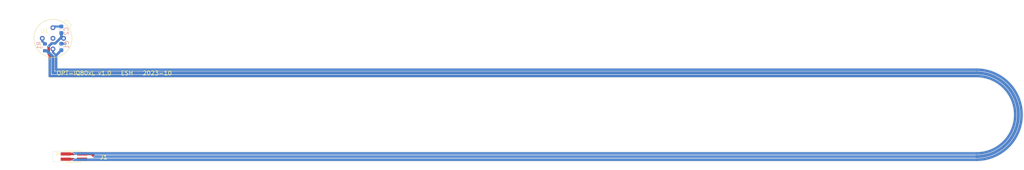
<source format=kicad_pcb>
(kicad_pcb (version 20221018) (generator pcbnew)
  (layers (0 "F.Cu" signal) (31 "B.Cu" signal) (34 "B.Paste" user) (35 "F.Paste" user) (36 "B.SilkS" user "B.Silkscreen") (37 "F.SilkS" user "F.Silkscreen") (38 "B.Mask" user) (39 "F.Mask" user) (44 "Edge.Cuts" user))
  (net 0 "")
  (net 1 "VCC")
  (net 2 "GND")
  (net 3 "VSS")
  (net 4 "Net-(J1-Pin_2)")
  (net 5 "Net-(U1-OUT)")
  (footprint "my_header:PinHeader_2x02_P1.27mm_compact" (layer "F.Cu") (at 30 53.25)
    (fp_text reference "J1" (at 7.112 0.127) (layer "F.SilkS"))
    (fp_text value "Conn_02x02_Odd_Even")
    (fp_line (start -4.191 -1.016) (end -3.556 -0.635) (stroke (width 0.1)) (layer "F.SilkS"))
    (fp_line (start -4.191 -0.254) (end -4.191 -1.016) (stroke (width 0.1)) (layer "F.SilkS"))
    (fp_line (start -3.556 -0.635) (end -4.191 -0.254) (stroke (width 0.1)) (layer "F.SilkS"))
    (fp_line (start -3.09 -1.265) (end -1.765 -1.265) (stroke (width 0.12)) (layer "F.SilkS"))
    (fp_line (start -1.765 -1.33) (end -1.765 -1.265) (stroke (width 0.12)) (layer "F.SilkS"))
    (fp_line (start -1.765 -1.33) (end 1.765 -1.33) (stroke (width 0.12)) (layer "F.SilkS"))
    (fp_line (start -1.765 1.265) (end -1.765 1.33) (stroke (width 0.12)) (layer "F.SilkS"))
    (fp_line (start -1.765 1.33) (end 1.765 1.33) (stroke (width 0.12)) (layer "F.SilkS"))
    (fp_line (start 1.765 -1.33) (end 1.765 -1.265) (stroke (width 0.12)) (layer "F.SilkS"))
    (fp_line (start 1.765 1.265) (end 1.765 1.33) (stroke (width 0.12)) (layer "F.SilkS"))
    (pad "1" smd rect (at -1.95 -0.635) (size 2.4 0.74) (layers "F.Cu" "F.Paste" "F.Mask") (net 3 "VSS"))
    (pad "2" smd rect (at 1.95 -0.635) (size 2.4 0.74) (layers "F.Cu" "F.Paste" "F.Mask") (net 4 "Net-(J1-Pin_2)"))
    (pad "3" smd rect (at -1.95 0.635) (size 2.4 0.74) (layers "F.Cu" "F.Paste" "F.Mask") (net 1 "VCC"))
    (pad "4" smd rect (at 1.95 0.635) (size 2.4 0.74) (layers "F.Cu" "F.Paste" "F.Mask") (net 2 "GND"))
  )
  (footprint "my_IQ80:IQ80xL" (layer "F.Cu") (at 25 25 90)
    (fp_text reference "U1" (at 1.8 -2 unlocked) (layer "F.SilkS") (effects (font (thickness 0.1))))
    (fp_text value "IQ80xL")
    (fp_line (start 2.54 3.81) (end 3.175 4.445) (stroke (width 0.1)) (layer "F.SilkS"))
    (fp_line (start 3.175 4.445) (end 4.445 3.175) (stroke (width 0.1)) (layer "F.SilkS"))
    (fp_line (start 4.445 3.175) (end 3.81 2.54) (stroke (width 0.1)) (layer "F.SilkS"))
    (fp_circle (center 0 0) (end 3.81 2.54) (stroke (width 0.1)) (fill none) (layer "F.SilkS"))
    (pad "1" thru_hole circle (at 2.54 0 90) (size 1.143 1.143) (drill 0.5588) (layers "*.Cu" "*.Mask") (net 2 "GND"))
    (pad "2" thru_hole circle (at 0 -2.54 90) (size 1.143 1.143) (drill 0.5588) (layers "*.Cu" "*.Mask") (net 5 "Net-(U1-OUT)"))
    (pad "3" thru_hole circle (at -2.54 0 90) (size 1.143 1.143) (drill 0.5588) (layers "*.Cu" "*.Mask") (net 1 "VCC"))
    (pad "4" thru_hole circle (at 0 2.54 90) (size 1.143 1.143) (drill 0.5588) (layers "*.Cu" "*.Mask") (net 3 "VSS"))
    (pad "5" thru_hole circle (at 0 0 90) (size 1.143 1.143) (drill 0.5588) (layers "*.Cu" "*.Mask") (net 2 "GND"))
  )
  (footprint "Capacitor_SMD:C_0603_1608Metric" (layer "B.Cu") (at 27 22.95 90)
    (fp_text reference "C2" (at -0.35 1.2 90) (layer "B.SilkS") (effects (justify mirror)))
    (fp_text value "C_Small")
    (fp_line (start -0.14058 -0.51) (end 0.14058 -0.51) (stroke (width 0.12)) (layer "B.SilkS"))
    (fp_line (start -0.14058 0.51) (end 0.14058 0.51) (stroke (width 0.12)) (layer "B.SilkS"))
    (pad "1" smd roundrect (at -0.775 0 90) (size 0.9 0.95) (layers "B.Cu" "B.Paste" "B.Mask") (net 3 "VSS"))
    (pad "2" smd roundrect (at 0.775 0 90) (size 0.9 0.95) (layers "B.Cu" "B.Paste" "B.Mask") (net 2 "GND"))
  )
  (footprint "Capacitor_SMD:C_0603_1608Metric" (layer "B.Cu") (at 27 27.05 90)
    (fp_text reference "C1" (at 0.55 1.3 90) (layer "B.SilkS") (effects (justify mirror)))
    (fp_text value "C_Small")
    (fp_line (start -0.14058 -0.51) (end 0.14058 -0.51) (stroke (width 0.12)) (layer "B.SilkS"))
    (fp_line (start -0.14058 0.51) (end 0.14058 0.51) (stroke (width 0.12)) (layer "B.SilkS"))
    (pad "1" smd roundrect (at -0.775 0 90) (size 0.9 0.95) (layers "B.Cu" "B.Paste" "B.Mask") (net 1 "VCC"))
    (pad "2" smd roundrect (at 0.775 0 90) (size 0.9 0.95) (layers "B.Cu" "B.Paste" "B.Mask") (net 2 "GND"))
  )
  (footprint "Resistor_SMD:R_0603_1608Metric" (layer "B.Cu") (at 23.1 27.15 -90)
    (fp_text reference "R1" (at -0.45 1.4 90) (layer "B.SilkS") (effects (justify mirror)))
    (fp_text value "0R")
    (fp_line (start -0.237258 -0.5225) (end 0.237258 -0.5225) (stroke (width 0.12)) (layer "B.SilkS"))
    (fp_line (start -0.237258 0.5225) (end 0.237258 0.5225) (stroke (width 0.12)) (layer "B.SilkS"))
    (pad "1" smd roundrect (at -0.825 0 270) (size 0.8 0.95) (layers "B.Cu" "B.Paste" "B.Mask") (net 5 "Net-(U1-OUT)"))
    (pad "2" smd roundrect (at 0.825 0 270) (size 0.8 0.95) (layers "B.Cu" "B.Paste" "B.Mask") (net 4 "Net-(J1-Pin_2)"))
  )
  (gr_arc (start 23.75 29.322904) (mid 25 20.5) (end 26.25 29.322904) (stroke (width 0.05)) (layer "Edge.Cuts"))
  (gr_line (start 23.75 34.5) (end 245 34.5) (stroke (width 0.05)) (layer "Edge.Cuts"))
  (gr_arc (start 245 32) (mid 256.25 43.25) (end 245 54.5) (stroke (width 0.05)) (layer "Edge.Cuts"))
  (gr_line (start 25 52.) (end 245 52.) (stroke (width 0.05)) (layer "Edge.Cuts"))
  (gr_arc (start 245 34.5) (mid 253.75 43.25) (end 245 52.) (stroke (width 0.05)) (layer "Edge.Cuts"))
  (gr_line (start 245 32) (end 26.25 32) (stroke (width 0.05)) (layer "Edge.Cuts"))
  (gr_line (start 26.25 32) (end 26.25 29.322904) (stroke (width 0.05)) (layer "Edge.Cuts"))
  (gr_line (start 23.75 29.32033) (end 23.75 34.5) (stroke (width 0.05)) (layer "Edge.Cuts"))
  (gr_line (start 25 52.) (end 25 54.5) (stroke (width 0.05)) (layer "Edge.Cuts"))
  (gr_line (start 25 54.5) (end 245 54.5) (stroke (width 0.05)) (layer "Edge.Cuts"))
  (gr_text "OPT-IQ80xL v1.0   ESH   2023-10" (at 25.8 33.9) (layer "F.SilkS") (effects (font (size 1 1)) (justify left bottom)))
  (segment (start 28.05 53.885) (end 29.835 53.885) (width 0.6) (layer "F.Cu") (net 1))
  (segment (start 29.835 53.885) (end 29.95 54.) (width 0.6) (layer "F.Cu") (net 1))
  (via (at 29.95 54.) (size 0.4) (drill 0.2) (layers "F.Cu" "B.Cu") (net 1))
  (segment (start 25 27.54) (end 25 28.325) (width 0.5) (layer "B.Cu") (net 1))
  (segment (start 25.75 29.075) (end 25.75 29.1) (width 0.6) (layer "B.Cu") (net 1))
  (segment (start 27 27.825) (end 25.75 29.075) (width 0.6) (layer "B.Cu") (net 1))
  (segment (start 25 28.325) (end 25.75 29.075) (width 0.5) (layer "B.Cu") (net 1))
  (segment (start 25.75 29.1) (end 25.75 32.5) (width 0.6) (layer "B.Cu") (net 1))
  (segment (start 29.95 54.) (end 245 54.) (width 0.6) (layer "B.Cu") (net 1))
  (segment (start 27 27.825) (end 26.925 27.825) (width 0.6) (layer "B.Cu") (net 1))
  (segment (start 25.75 32.5) (end 245 32.5) (width 0.6) (layer "B.Cu") (net 1))
  (arc (start 245 32.5) (mid 255.75 43.25) (end 245 54.) (width 0.6) (layer "B.Cu") (net 1))
  (via (at 27.975 26.275) (size 0.4) (drill 0.2) (layers "F.Cu" "B.Cu") (net 2))
  (segment (start 25.285 22.175) (end 25 22.46) (width 0.5) (layer "B.Cu") (net 2))
  (segment (start 27 26.275) (end 27.975 26.275) (width 0.5) (layer "B.Cu") (net 2))
  (segment (start 27 22.175) (end 25.285 22.175) (width 0.5) (layer "B.Cu") (net 2))
  (segment (start 28 26.3) (end 27.975 26.275) (width 0.5) (layer "B.Cu") (net 2))
  (segment (start 24.25 29) (end 24.25 29.9) (width 0.6) (layer "F.Cu") (net 3))
  (segment (start 24 28.75) (end 24.25 29) (width 0.6) (layer "F.Cu") (net 3))
  (segment (start 28.05 52.615) (end 29.935 52.615) (width 0.6) (layer "F.Cu") (net 3))
  (segment (start 24 26.9) (end 24 28.75) (width 0.6) (layer "F.Cu") (net 3))
  (segment (start 29.935 52.615) (end 30.05 52.5) (width 0.6) (layer "F.Cu") (net 3))
  (via (at 24.25 29.9) (size 0.4) (drill 0.2) (layers "F.Cu" "B.Cu") (net 3))
  (via (at 30.05 52.5) (size 0.4) (drill 0.2) (layers "F.Cu" "B.Cu") (net 3))
  (via (at 24 26.9) (size 0.4) (drill 0.2) (layers "F.Cu" "B.Cu") (net 3))
  (segment (start 26.75 25) (end 25.55 26.2) (width 0.6) (layer "B.Cu") (net 3))
  (segment (start 27 24.46) (end 27.54 25) (width 0.6) (layer "B.Cu") (net 3))
  (segment (start 30.05 52.5) (end 245 52.5) (width 0.6) (layer "B.Cu") (net 3))
  (segment (start 27 23.725) (end 27 24.46) (width 0.6) (layer "B.Cu") (net 3))
  (segment (start 24.25 29.9) (end 24.25 34) (width 0.6) (layer "B.Cu") (net 3))
  (segment (start 27.54 25) (end 26.75 25) (width 0.6) (layer "B.Cu") (net 3))
  (segment (start 25.55 26.2) (end 24.7 26.2) (width 0.6) (layer "B.Cu") (net 3))
  (segment (start 24.25 34) (end 245 34) (width 0.6) (layer "B.Cu") (net 3))
  (segment (start 24.7 26.2) (end 24 26.9) (width 0.6) (layer "B.Cu") (net 3))
  (arc (start 245 34) (mid 254.25 43.25) (end 245 52.5) (width 0.6) (layer "B.Cu") (net 3))
  (segment (start 31.95 52.615) (end 34.215 52.615) (width 0.6) (layer "F.Cu") (net 4))
  (segment (start 34.215 52.615) (end 34.85 53.25) (width 0.6) (layer "F.Cu") (net 4))
  (via (at 34.85 53.25) (size 0.4) (drill 0.2) (layers "F.Cu" "B.Cu") (net 4))
  (segment (start 23.1 27.975) (end 23.575 27.975) (width 0.7) (layer "B.Cu") (net 4))
  (segment (start 23.575 27.975) (end 25 29.4) (width 0.7) (layer "B.Cu") (net 4))
  (segment (start 25 33.25) (end 245 33.25) (width 0.7) (layer "B.Cu") (net 4))
  (segment (start 25 29.4) (end 25 33.25) (width 0.7) (layer "B.Cu") (net 4))
  (segment (start 34.85 53.25) (end 245 53.25) (width 0.6) (layer "B.Cu") (net 4))
  (arc (start 245 33.25) (mid 255. 43.25) (end 245 53.25) (width 0.7) (layer "B.Cu") (net 4))
  (segment (start 22.46 25) (end 22.46 25.685) (width 0.5) (layer "B.Cu") (net 5))
  (segment (start 22.46 25.685) (end 23.1 26.325) (width 0.5) (layer "B.Cu") (net 5))
)
</source>
